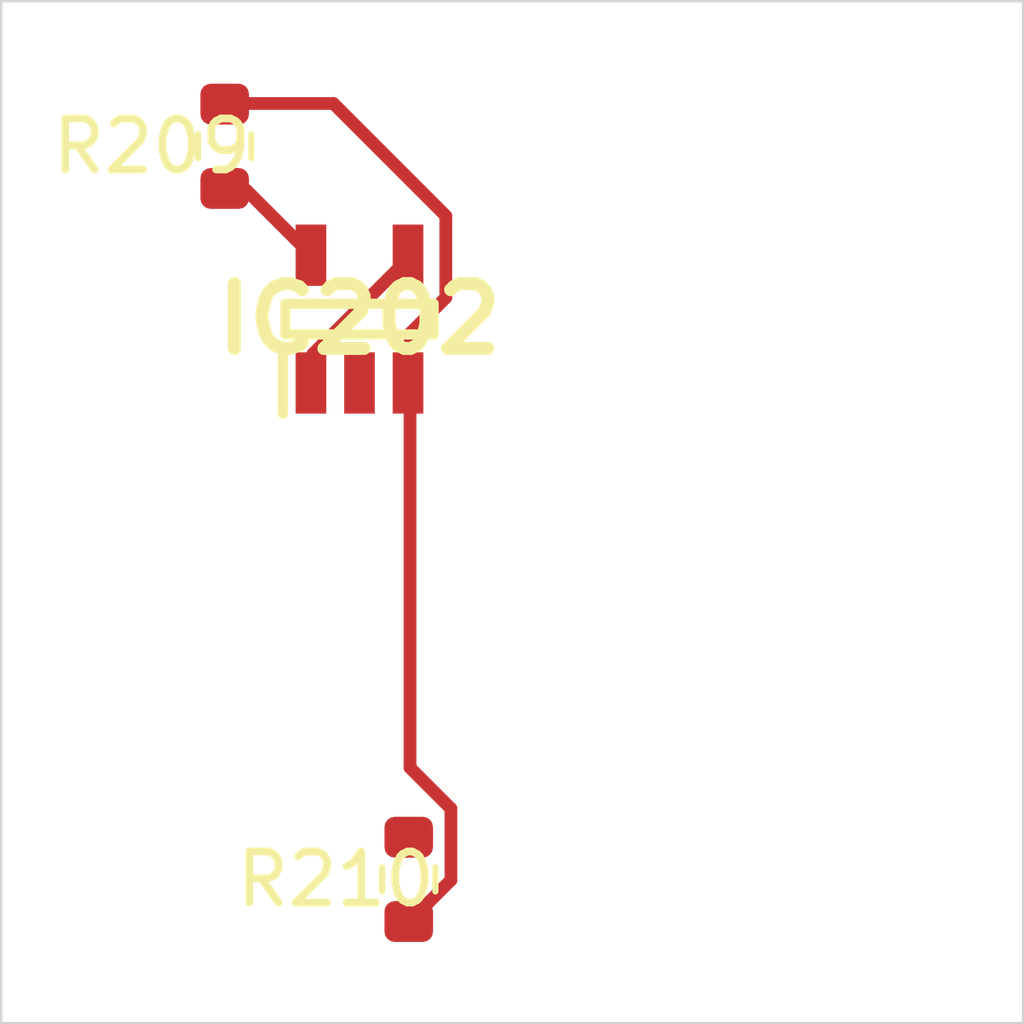
<source format=kicad_pcb>
 ( kicad_pcb  ( version 20171130 )
 ( host pcbnew 5.1.12-84ad8e8a86~92~ubuntu18.04.1 )
 ( general  ( thickness 1.6 )
 ( drawings 4 )
 ( tracks 0 )
 ( zones 0 )
 ( modules 3 )
 ( nets 5 )
)
 ( page A4 )
 ( layers  ( 0 F.Cu signal )
 ( 31 B.Cu signal )
 ( 32 B.Adhes user )
 ( 33 F.Adhes user )
 ( 34 B.Paste user )
 ( 35 F.Paste user )
 ( 36 B.SilkS user )
 ( 37 F.SilkS user )
 ( 38 B.Mask user )
 ( 39 F.Mask user )
 ( 40 Dwgs.User user )
 ( 41 Cmts.User user )
 ( 42 Eco1.User user )
 ( 43 Eco2.User user )
 ( 44 Edge.Cuts user )
 ( 45 Margin user )
 ( 46 B.CrtYd user )
 ( 47 F.CrtYd user )
 ( 48 B.Fab user )
 ( 49 F.Fab user )
)
 ( setup  ( last_trace_width 0.25 )
 ( trace_clearance 0.2 )
 ( zone_clearance 0.508 )
 ( zone_45_only no )
 ( trace_min 0.2 )
 ( via_size 0.8 )
 ( via_drill 0.4 )
 ( via_min_size 0.4 )
 ( via_min_drill 0.3 )
 ( uvia_size 0.3 )
 ( uvia_drill 0.1 )
 ( uvias_allowed no )
 ( uvia_min_size 0.2 )
 ( uvia_min_drill 0.1 )
 ( edge_width 0.05 )
 ( segment_width 0.2 )
 ( pcb_text_width 0.3 )
 ( pcb_text_size 1.5 1.5 )
 ( mod_edge_width 0.12 )
 ( mod_text_size 1 1 )
 ( mod_text_width 0.15 )
 ( pad_size 1.524 1.524 )
 ( pad_drill 0.762 )
 ( pad_to_mask_clearance 0 )
 ( aux_axis_origin 0 0 )
 ( visible_elements FFFFFF7F )
 ( pcbplotparams  ( layerselection 0x010fc_ffffffff )
 ( usegerberextensions false )
 ( usegerberattributes true )
 ( usegerberadvancedattributes true )
 ( creategerberjobfile true )
 ( excludeedgelayer true )
 ( linewidth 0.100000 )
 ( plotframeref false )
 ( viasonmask false )
 ( mode 1 )
 ( useauxorigin false )
 ( hpglpennumber 1 )
 ( hpglpenspeed 20 )
 ( hpglpendiameter 15.000000 )
 ( psnegative false )
 ( psa4output false )
 ( plotreference true )
 ( plotvalue true )
 ( plotinvisibletext false )
 ( padsonsilk false )
 ( subtractmaskfromsilk false )
 ( outputformat 1 )
 ( mirror false )
 ( drillshape 1 )
 ( scaleselection 1 )
 ( outputdirectory "" )
)
)
 ( net 0 "" )
 ( net 1 GND )
 ( net 2 VDDA )
 ( net 3 /Sheet6235D886/vp )
 ( net 4 "Net-(IC202-Pad3)" )
 ( net_class Default "This is the default net class."  ( clearance 0.2 )
 ( trace_width 0.25 )
 ( via_dia 0.8 )
 ( via_drill 0.4 )
 ( uvia_dia 0.3 )
 ( uvia_drill 0.1 )
 ( add_net /Sheet6235D886/vp )
 ( add_net GND )
 ( add_net "Net-(IC202-Pad3)" )
 ( add_net VDDA )
)
 ( module SOT95P280X145-5N locked  ( layer F.Cu )
 ( tedit 62336ED7 )
 ( tstamp 623423ED )
 ( at 87.010600 106.220000 90.000000 )
 ( descr DBV0005A )
 ( tags "Integrated Circuit" )
 ( path /6235D887/6266C08E )
 ( attr smd )
 ( fp_text reference IC202  ( at 0 0 )
 ( layer F.SilkS )
 ( effects  ( font  ( size 1.27 1.27 )
 ( thickness 0.254 )
)
)
)
 ( fp_text value TL071HIDBVR  ( at 0 0 )
 ( layer F.SilkS )
hide  ( effects  ( font  ( size 1.27 1.27 )
 ( thickness 0.254 )
)
)
)
 ( fp_line  ( start -1.85 -1.5 )
 ( end -0.65 -1.5 )
 ( layer F.SilkS )
 ( width 0.2 )
)
 ( fp_line  ( start -0.3 1.45 )
 ( end -0.3 -1.45 )
 ( layer F.SilkS )
 ( width 0.2 )
)
 ( fp_line  ( start 0.3 1.45 )
 ( end -0.3 1.45 )
 ( layer F.SilkS )
 ( width 0.2 )
)
 ( fp_line  ( start 0.3 -1.45 )
 ( end 0.3 1.45 )
 ( layer F.SilkS )
 ( width 0.2 )
)
 ( fp_line  ( start -0.3 -1.45 )
 ( end 0.3 -1.45 )
 ( layer F.SilkS )
 ( width 0.2 )
)
 ( fp_line  ( start -0.8 -0.5 )
 ( end 0.15 -1.45 )
 ( layer Dwgs.User )
 ( width 0.1 )
)
 ( fp_line  ( start -0.8 1.45 )
 ( end -0.8 -1.45 )
 ( layer Dwgs.User )
 ( width 0.1 )
)
 ( fp_line  ( start 0.8 1.45 )
 ( end -0.8 1.45 )
 ( layer Dwgs.User )
 ( width 0.1 )
)
 ( fp_line  ( start 0.8 -1.45 )
 ( end 0.8 1.45 )
 ( layer Dwgs.User )
 ( width 0.1 )
)
 ( fp_line  ( start -0.8 -1.45 )
 ( end 0.8 -1.45 )
 ( layer Dwgs.User )
 ( width 0.1 )
)
 ( fp_line  ( start -2.1 1.775 )
 ( end -2.1 -1.775 )
 ( layer Dwgs.User )
 ( width 0.05 )
)
 ( fp_line  ( start 2.1 1.775 )
 ( end -2.1 1.775 )
 ( layer Dwgs.User )
 ( width 0.05 )
)
 ( fp_line  ( start 2.1 -1.775 )
 ( end 2.1 1.775 )
 ( layer Dwgs.User )
 ( width 0.05 )
)
 ( fp_line  ( start -2.1 -1.775 )
 ( end 2.1 -1.775 )
 ( layer Dwgs.User )
 ( width 0.05 )
)
 ( pad 1 smd rect  ( at -1.25 -0.95 180.000000 )
 ( size 0.6 1.2 )
 ( layers F.Cu F.Mask F.Paste )
 ( net 3 /Sheet6235D886/vp )
)
 ( pad 2 smd rect  ( at -1.25 0 180.000000 )
 ( size 0.6 1.2 )
 ( layers F.Cu F.Mask F.Paste )
 ( net 1 GND )
)
 ( pad 3 smd rect  ( at -1.25 0.95 180.000000 )
 ( size 0.6 1.2 )
 ( layers F.Cu F.Mask F.Paste )
 ( net 4 "Net-(IC202-Pad3)" )
)
 ( pad 4 smd rect  ( at 1.25 0.95 180.000000 )
 ( size 0.6 1.2 )
 ( layers F.Cu F.Mask F.Paste )
 ( net 3 /Sheet6235D886/vp )
)
 ( pad 5 smd rect  ( at 1.25 -0.95 180.000000 )
 ( size 0.6 1.2 )
 ( layers F.Cu F.Mask F.Paste )
 ( net 2 VDDA )
)
)
 ( module Resistor_SMD:R_0603_1608Metric  ( layer F.Cu )
 ( tedit 5F68FEEE )
 ( tstamp 62342595 )
 ( at 84.372400 102.838000 90.000000 )
 ( descr "Resistor SMD 0603 (1608 Metric), square (rectangular) end terminal, IPC_7351 nominal, (Body size source: IPC-SM-782 page 72, https://www.pcb-3d.com/wordpress/wp-content/uploads/ipc-sm-782a_amendment_1_and_2.pdf), generated with kicad-footprint-generator" )
 ( tags resistor )
 ( path /6235D887/623CDBD9 )
 ( attr smd )
 ( fp_text reference R209  ( at 0 -1.43 )
 ( layer F.SilkS )
 ( effects  ( font  ( size 1 1 )
 ( thickness 0.15 )
)
)
)
 ( fp_text value 100k  ( at 0 1.43 )
 ( layer F.Fab )
 ( effects  ( font  ( size 1 1 )
 ( thickness 0.15 )
)
)
)
 ( fp_line  ( start -0.8 0.4125 )
 ( end -0.8 -0.4125 )
 ( layer F.Fab )
 ( width 0.1 )
)
 ( fp_line  ( start -0.8 -0.4125 )
 ( end 0.8 -0.4125 )
 ( layer F.Fab )
 ( width 0.1 )
)
 ( fp_line  ( start 0.8 -0.4125 )
 ( end 0.8 0.4125 )
 ( layer F.Fab )
 ( width 0.1 )
)
 ( fp_line  ( start 0.8 0.4125 )
 ( end -0.8 0.4125 )
 ( layer F.Fab )
 ( width 0.1 )
)
 ( fp_line  ( start -0.237258 -0.5225 )
 ( end 0.237258 -0.5225 )
 ( layer F.SilkS )
 ( width 0.12 )
)
 ( fp_line  ( start -0.237258 0.5225 )
 ( end 0.237258 0.5225 )
 ( layer F.SilkS )
 ( width 0.12 )
)
 ( fp_line  ( start -1.48 0.73 )
 ( end -1.48 -0.73 )
 ( layer F.CrtYd )
 ( width 0.05 )
)
 ( fp_line  ( start -1.48 -0.73 )
 ( end 1.48 -0.73 )
 ( layer F.CrtYd )
 ( width 0.05 )
)
 ( fp_line  ( start 1.48 -0.73 )
 ( end 1.48 0.73 )
 ( layer F.CrtYd )
 ( width 0.05 )
)
 ( fp_line  ( start 1.48 0.73 )
 ( end -1.48 0.73 )
 ( layer F.CrtYd )
 ( width 0.05 )
)
 ( fp_text user %R  ( at 0 0 )
 ( layer F.Fab )
 ( effects  ( font  ( size 0.4 0.4 )
 ( thickness 0.06 )
)
)
)
 ( pad 1 smd roundrect  ( at -0.825 0 90.000000 )
 ( size 0.8 0.95 )
 ( layers F.Cu F.Mask F.Paste )
 ( roundrect_rratio 0.25 )
 ( net 2 VDDA )
)
 ( pad 2 smd roundrect  ( at 0.825 0 90.000000 )
 ( size 0.8 0.95 )
 ( layers F.Cu F.Mask F.Paste )
 ( roundrect_rratio 0.25 )
 ( net 4 "Net-(IC202-Pad3)" )
)
 ( model ${KISYS3DMOD}/Resistor_SMD.3dshapes/R_0603_1608Metric.wrl  ( at  ( xyz 0 0 0 )
)
 ( scale  ( xyz 1 1 1 )
)
 ( rotate  ( xyz 0 0 0 )
)
)
)
 ( module Resistor_SMD:R_0603_1608Metric  ( layer F.Cu )
 ( tedit 5F68FEEE )
 ( tstamp 623425A6 )
 ( at 87.974400 117.185000 90.000000 )
 ( descr "Resistor SMD 0603 (1608 Metric), square (rectangular) end terminal, IPC_7351 nominal, (Body size source: IPC-SM-782 page 72, https://www.pcb-3d.com/wordpress/wp-content/uploads/ipc-sm-782a_amendment_1_and_2.pdf), generated with kicad-footprint-generator" )
 ( tags resistor )
 ( path /6235D887/623CDBDF )
 ( attr smd )
 ( fp_text reference R210  ( at 0 -1.43 )
 ( layer F.SilkS )
 ( effects  ( font  ( size 1 1 )
 ( thickness 0.15 )
)
)
)
 ( fp_text value 100k  ( at 0 1.43 )
 ( layer F.Fab )
 ( effects  ( font  ( size 1 1 )
 ( thickness 0.15 )
)
)
)
 ( fp_line  ( start 1.48 0.73 )
 ( end -1.48 0.73 )
 ( layer F.CrtYd )
 ( width 0.05 )
)
 ( fp_line  ( start 1.48 -0.73 )
 ( end 1.48 0.73 )
 ( layer F.CrtYd )
 ( width 0.05 )
)
 ( fp_line  ( start -1.48 -0.73 )
 ( end 1.48 -0.73 )
 ( layer F.CrtYd )
 ( width 0.05 )
)
 ( fp_line  ( start -1.48 0.73 )
 ( end -1.48 -0.73 )
 ( layer F.CrtYd )
 ( width 0.05 )
)
 ( fp_line  ( start -0.237258 0.5225 )
 ( end 0.237258 0.5225 )
 ( layer F.SilkS )
 ( width 0.12 )
)
 ( fp_line  ( start -0.237258 -0.5225 )
 ( end 0.237258 -0.5225 )
 ( layer F.SilkS )
 ( width 0.12 )
)
 ( fp_line  ( start 0.8 0.4125 )
 ( end -0.8 0.4125 )
 ( layer F.Fab )
 ( width 0.1 )
)
 ( fp_line  ( start 0.8 -0.4125 )
 ( end 0.8 0.4125 )
 ( layer F.Fab )
 ( width 0.1 )
)
 ( fp_line  ( start -0.8 -0.4125 )
 ( end 0.8 -0.4125 )
 ( layer F.Fab )
 ( width 0.1 )
)
 ( fp_line  ( start -0.8 0.4125 )
 ( end -0.8 -0.4125 )
 ( layer F.Fab )
 ( width 0.1 )
)
 ( fp_text user %R  ( at 0 0 )
 ( layer F.Fab )
 ( effects  ( font  ( size 0.4 0.4 )
 ( thickness 0.06 )
)
)
)
 ( pad 2 smd roundrect  ( at 0.825 0 90.000000 )
 ( size 0.8 0.95 )
 ( layers F.Cu F.Mask F.Paste )
 ( roundrect_rratio 0.25 )
 ( net 1 GND )
)
 ( pad 1 smd roundrect  ( at -0.825 0 90.000000 )
 ( size 0.8 0.95 )
 ( layers F.Cu F.Mask F.Paste )
 ( roundrect_rratio 0.25 )
 ( net 4 "Net-(IC202-Pad3)" )
)
 ( model ${KISYS3DMOD}/Resistor_SMD.3dshapes/R_0603_1608Metric.wrl  ( at  ( xyz 0 0 0 )
)
 ( scale  ( xyz 1 1 1 )
)
 ( rotate  ( xyz 0 0 0 )
)
)
)
 ( gr_line  ( start 100 100 )
 ( end 100 120 )
 ( layer Edge.Cuts )
 ( width 0.05 )
 ( tstamp 62E770C4 )
)
 ( gr_line  ( start 80 120 )
 ( end 100 120 )
 ( layer Edge.Cuts )
 ( width 0.05 )
 ( tstamp 62E770C0 )
)
 ( gr_line  ( start 80 100 )
 ( end 100 100 )
 ( layer Edge.Cuts )
 ( width 0.05 )
 ( tstamp 6234110C )
)
 ( gr_line  ( start 80 100 )
 ( end 80 120 )
 ( layer Edge.Cuts )
 ( width 0.05 )
)
 ( segment  ( start 84.400001 103.700002 )
 ( end 84.800001 103.700002 )
 ( width 0.250000 )
 ( layer F.Cu )
 ( net 2 )
)
 ( segment  ( start 84.800001 103.700002 )
 ( end 86.100001 105.000002 )
 ( width 0.250000 )
 ( layer F.Cu )
 ( net 2 )
)
 ( segment  ( start 88.000001 105.000002 )
 ( end 86.100001 106.900002 )
 ( width 0.250000 )
 ( layer F.Cu )
 ( net 3 )
)
 ( segment  ( start 86.100001 106.900002 )
 ( end 86.100001 107.500002 )
 ( width 0.250000 )
 ( layer F.Cu )
 ( net 3 )
)
 ( segment  ( start 84.400001 102.000002 )
 ( end 86.500001 102.000002 )
 ( width 0.250000 )
 ( layer F.Cu )
 ( net 4 )
)
 ( segment  ( start 86.500001 102.000002 )
 ( end 88.700001 104.200002 )
 ( width 0.250000 )
 ( layer F.Cu )
 ( net 4 )
)
 ( segment  ( start 88.700001 104.200002 )
 ( end 88.700001 105.800002 )
 ( width 0.250000 )
 ( layer F.Cu )
 ( net 4 )
)
 ( segment  ( start 88.700001 105.800002 )
 ( end 88.000001 106.500002 )
 ( width 0.250000 )
 ( layer F.Cu )
 ( net 4 )
)
 ( segment  ( start 88.000001 106.500002 )
 ( end 88.000001 107.500002 )
 ( width 0.250000 )
 ( layer F.Cu )
 ( net 4 )
)
 ( segment  ( start 88.000001 118.000002 )
 ( end 88.800001 117.200002 )
 ( width 0.250000 )
 ( layer F.Cu )
 ( net 4 )
)
 ( segment  ( start 88.800001 117.200002 )
 ( end 88.800001 115.800002 )
 ( width 0.250000 )
 ( layer F.Cu )
 ( net 4 )
)
 ( segment  ( start 88.800001 115.800002 )
 ( end 88.000001 115.000002 )
 ( width 0.250000 )
 ( layer F.Cu )
 ( net 4 )
)
 ( segment  ( start 88.000001 115.000002 )
 ( end 88.000001 107.500002 )
 ( width 0.250000 )
 ( layer F.Cu )
 ( net 4 )
)
)

</source>
